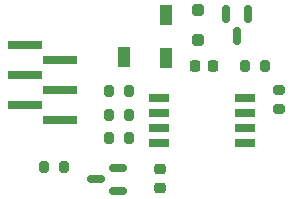
<source format=gbr>
%TF.GenerationSoftware,KiCad,Pcbnew,(7.0.0-0)*%
%TF.CreationDate,2023-10-06T17:45:21+02:00*%
%TF.ProjectId,annoying_little_shit,616e6e6f-7969-46e6-975f-6c6974746c65,rev?*%
%TF.SameCoordinates,Original*%
%TF.FileFunction,Paste,Top*%
%TF.FilePolarity,Positive*%
%FSLAX46Y46*%
G04 Gerber Fmt 4.6, Leading zero omitted, Abs format (unit mm)*
G04 Created by KiCad (PCBNEW (7.0.0-0)) date 2023-10-06 17:45:21*
%MOMM*%
%LPD*%
G01*
G04 APERTURE LIST*
G04 Aperture macros list*
%AMRoundRect*
0 Rectangle with rounded corners*
0 $1 Rounding radius*
0 $2 $3 $4 $5 $6 $7 $8 $9 X,Y pos of 4 corners*
0 Add a 4 corners polygon primitive as box body*
4,1,4,$2,$3,$4,$5,$6,$7,$8,$9,$2,$3,0*
0 Add four circle primitives for the rounded corners*
1,1,$1+$1,$2,$3*
1,1,$1+$1,$4,$5*
1,1,$1+$1,$6,$7*
1,1,$1+$1,$8,$9*
0 Add four rect primitives between the rounded corners*
20,1,$1+$1,$2,$3,$4,$5,0*
20,1,$1+$1,$4,$5,$6,$7,0*
20,1,$1+$1,$6,$7,$8,$9,0*
20,1,$1+$1,$8,$9,$2,$3,0*%
G04 Aperture macros list end*
%ADD10RoundRect,0.200000X-0.200000X-0.275000X0.200000X-0.275000X0.200000X0.275000X-0.200000X0.275000X0*%
%ADD11RoundRect,0.200000X0.275000X-0.200000X0.275000X0.200000X-0.275000X0.200000X-0.275000X-0.200000X0*%
%ADD12RoundRect,0.225000X-0.225000X-0.250000X0.225000X-0.250000X0.225000X0.250000X-0.225000X0.250000X0*%
%ADD13R,1.700000X0.650000*%
%ADD14R,1.000000X1.700000*%
%ADD15R,3.000000X0.650000*%
%ADD16RoundRect,0.150000X0.587500X0.150000X-0.587500X0.150000X-0.587500X-0.150000X0.587500X-0.150000X0*%
%ADD17RoundRect,0.150000X-0.150000X0.587500X-0.150000X-0.587500X0.150000X-0.587500X0.150000X0.587500X0*%
%ADD18RoundRect,0.250000X0.250000X-0.250000X0.250000X0.250000X-0.250000X0.250000X-0.250000X-0.250000X0*%
%ADD19RoundRect,0.225000X-0.250000X0.225000X-0.250000X-0.225000X0.250000X-0.225000X0.250000X0.225000X0*%
G04 APERTURE END LIST*
D10*
%TO.C,R6*%
X138725000Y-60500000D03*
X140375000Y-60500000D03*
%TD*%
D11*
%TO.C,R5*%
X141550000Y-64150000D03*
X141550000Y-62500000D03*
%TD*%
D12*
%TO.C,C2*%
X134475000Y-60500000D03*
X136025000Y-60500000D03*
%TD*%
D13*
%TO.C,U1*%
X138699999Y-66999999D03*
X138699999Y-65729999D03*
X138699999Y-64459999D03*
X138699999Y-63189999D03*
X131399999Y-63189999D03*
X131399999Y-64459999D03*
X131399999Y-65729999D03*
X131399999Y-66999999D03*
%TD*%
D10*
%TO.C,R1*%
X127225000Y-62595000D03*
X128875000Y-62595000D03*
%TD*%
D14*
%TO.C,BZ1*%
X128499999Y-59749999D03*
X131999999Y-59799999D03*
X131999999Y-56199999D03*
%TD*%
D15*
%TO.C,J1*%
X120049999Y-58729999D03*
X123049999Y-59999999D03*
X120049999Y-61269999D03*
X123049999Y-62539999D03*
X120049999Y-63809999D03*
X123049999Y-65079999D03*
%TD*%
D10*
%TO.C,R4*%
X121725000Y-69000000D03*
X123375000Y-69000000D03*
%TD*%
D16*
%TO.C,Q1*%
X127937500Y-71045000D03*
X127937500Y-69145000D03*
X126062500Y-70095000D03*
%TD*%
D17*
%TO.C,Q2*%
X139000000Y-56062500D03*
X137100000Y-56062500D03*
X138050000Y-57937500D03*
%TD*%
D10*
%TO.C,R3*%
X127225000Y-66595000D03*
X128875000Y-66595000D03*
%TD*%
D18*
%TO.C,D1*%
X134750000Y-58250000D03*
X134750000Y-55750000D03*
%TD*%
D19*
%TO.C,C1*%
X131500000Y-69225000D03*
X131500000Y-70775000D03*
%TD*%
D10*
%TO.C,R2*%
X127225000Y-64605000D03*
X128875000Y-64605000D03*
%TD*%
M02*

</source>
